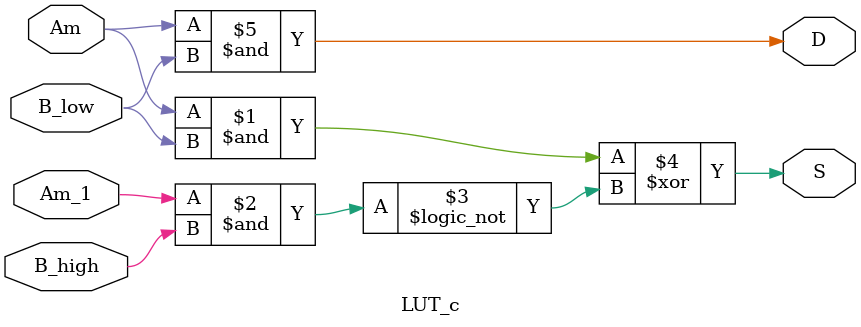
<source format=v>
`timescale 1ns/1ns
module LUT_c(
    input           Am          ,
    input           B_low       ,
    input           Am_1        ,
    input           B_high      ,
    output          S           ,
    output          D           //           
);

   assign S = (Am & B_low) ^ (!(Am_1 & B_high));
   assign D = Am & B_low;

endmodule // LUT_c


</source>
